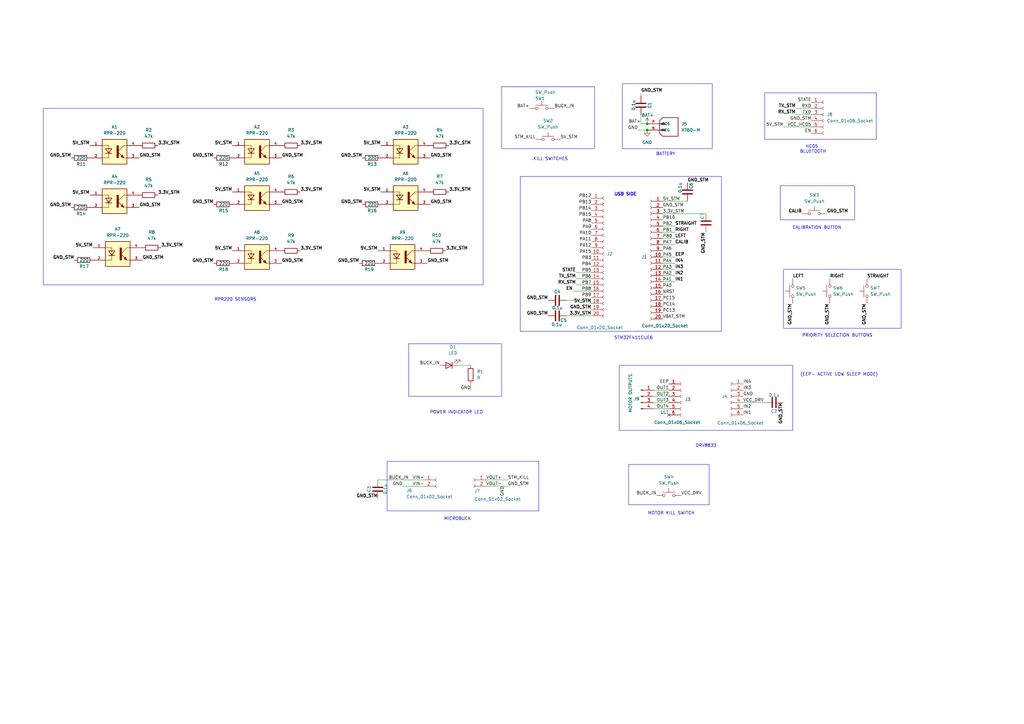
<source format=kicad_sch>
(kicad_sch (version 20231120) (generator "eeschema") (generator_version "8.0")
  (paper "A3")
  (lib_symbols
    (symbol "Connector:Conn_01x02_Socket" (pin_names (offset 1.016) hide)
      (property "Reference" "J" (at 0 2.54 0))
      (property "Value" "Conn_01x02_Socket" (at 0 -5.08 0))
      (symbol "Conn_01x02_Socket_1_1"
        (arc (start 0 -2.032) (mid -0.5058 -2.54) (end 0 -3.048) (stroke (width 0.1524)))
        (polyline (pts (xy -1.27 -2.54) (xy -0.508 -2.54)) (stroke (width 0.1524)))
        (polyline (pts (xy -1.27 0) (xy -0.508 0)) (stroke (width 0.1524)))
        (arc (start 0 0.508) (mid -0.5058 0) (end 0 -0.508) (stroke (width 0.1524)))
        (pin passive line (at -5.08 0 0) (length 3.81) (name "Pin_1") (number "1"))
        (pin passive line (at -5.08 -2.54 0) (length 3.81) (name "Pin_2") (number "2"))
      )
    )
    (symbol "Connector:Conn_01x04_Pin" (pin_names (offset 1.016) hide)
      (property "Reference" "J" (at 0 5.08 0))
      (property "Value" "Conn_01x04_Pin" (at 0 -7.62 0))
      (symbol "Conn_01x04_Pin_1_1"
        (polyline (pts (xy 1.27 -5.08) (xy 0.8636 -5.08)) (stroke (width 0.1524)))
        (polyline (pts (xy 1.27 -2.54) (xy 0.8636 -2.54)) (stroke (width 0.1524)))
        (polyline (pts (xy 1.27 0) (xy 0.8636 0)) (stroke (width 0.1524)))
        (polyline (pts (xy 1.27 2.54) (xy 0.8636 2.54)) (stroke (width 0.1524)))
        (rectangle (start 0.8636 -4.953) (end 0 -5.207) (stroke (width 0.1524)) (fill (type outline)))
        (rectangle (start 0.8636 -2.413) (end 0 -2.667) (stroke (width 0.1524)) (fill (type outline)))
        (rectangle (start 0.8636 0.127) (end 0 -0.127) (stroke (width 0.1524)) (fill (type outline)))
        (rectangle (start 0.8636 2.667) (end 0 2.413) (stroke (width 0.1524)) (fill (type outline)))
        (pin passive line (at 5.08 2.54 180) (length 3.81) (name "Pin_1") (number "1"))
        (pin passive line (at 5.08 0 180) (length 3.81) (name "Pin_2") (number "2"))
        (pin passive line (at 5.08 -2.54 180) (length 3.81) (name "Pin_3") (number "3"))
        (pin passive line (at 5.08 -5.08 180) (length 3.81) (name "Pin_4") (number "4"))
      )
    )
    (symbol "Connector:Conn_01x06_Socket" (pin_names (offset 1.016) hide)
      (property "Reference" "J" (at 0 7.62 0))
      (property "Value" "Conn_01x06_Socket" (at 0 -10.16 0))
      (symbol "Conn_01x06_Socket_1_1"
        (arc (start 0 -7.112) (mid -0.5058 -7.62) (end 0 -8.128) (stroke (width 0.1524)))
        (arc (start 0 -4.572) (mid -0.5058 -5.08) (end 0 -5.588) (stroke (width 0.1524)))
        (arc (start 0 -2.032) (mid -0.5058 -2.54) (end 0 -3.048) (stroke (width 0.1524)))
        (polyline (pts (xy -1.27 -7.62) (xy -0.508 -7.62)) (stroke (width 0.1524)))
        (polyline (pts (xy -1.27 -5.08) (xy -0.508 -5.08)) (stroke (width 0.1524)))
        (polyline (pts (xy -1.27 -2.54) (xy -0.508 -2.54)) (stroke (width 0.1524)))
        (polyline (pts (xy -1.27 0) (xy -0.508 0)) (stroke (width 0.1524)))
        (polyline (pts (xy -1.27 2.54) (xy -0.508 2.54)) (stroke (width 0.1524)))
        (polyline (pts (xy -1.27 5.08) (xy -0.508 5.08)) (stroke (width 0.1524)))
        (arc (start 0 0.508) (mid -0.5058 0) (end 0 -0.508) (stroke (width 0.1524)))
        (arc (start 0 3.048) (mid -0.5058 2.54) (end 0 2.032) (stroke (width 0.1524)))
        (arc (start 0 5.588) (mid -0.5058 5.08) (end 0 4.572) (stroke (width 0.1524)))
        (pin passive line (at -5.08 5.08 0) (length 3.81) (name "Pin_1") (number "1"))
        (pin passive line (at -5.08 2.54 0) (length 3.81) (name "Pin_2") (number "2"))
        (pin passive line (at -5.08 0 0) (length 3.81) (name "Pin_3") (number "3"))
        (pin passive line (at -5.08 -2.54 0) (length 3.81) (name "Pin_4") (number "4"))
        (pin passive line (at -5.08 -5.08 0) (length 3.81) (name "Pin_5") (number "5"))
        (pin passive line (at -5.08 -7.62 0) (length 3.81) (name "Pin_6") (number "6"))
      )
    )
    (symbol "Connector:Conn_01x20_Socket" (pin_names (offset 1.016) hide)
      (property "Reference" "J" (at 0 25.4 0))
      (property "Value" "Conn_01x20_Socket" (at 0 -27.94 0))
      (symbol "Conn_01x20_Socket_1_1"
        (arc (start 0 -24.892) (mid -0.5058 -25.4) (end 0 -25.908) (stroke (width 0.1524)))
        (arc (start 0 -22.352) (mid -0.5058 -22.86) (end 0 -23.368) (stroke (width 0.1524)))
        (arc (start 0 -19.812) (mid -0.5058 -20.32) (end 0 -20.828) (stroke (width 0.1524)))
        (arc (start 0 -17.272) (mid -0.5058 -17.78) (end 0 -18.288) (stroke (width 0.1524)))
        (arc (start 0 -14.732) (mid -0.5058 -15.24) (end 0 -15.748) (stroke (width 0.1524)))
        (arc (start 0 -12.192) (mid -0.5058 -12.7) (end 0 -13.208) (stroke (width 0.1524)))
        (arc (start 0 -9.652) (mid -0.5058 -10.16) (end 0 -10.668) (stroke (width 0.1524)))
        (arc (start 0 -7.112) (mid -0.5058 -7.62) (end 0 -8.128) (stroke (width 0.1524)))
        (arc (start 0 -4.572) (mid -0.5058 -5.08) (end 0 -5.588) (stroke (width 0.1524)))
        (arc (start 0 -2.032) (mid -0.5058 -2.54) (end 0 -3.048) (stroke (width 0.1524)))
        (polyline (pts (xy -1.27 -25.4) (xy -0.508 -25.4)) (stroke (width 0.1524)))
        (polyline (pts (xy -1.27 -22.86) (xy -0.508 -22.86)) (stroke (width 0.1524)))
        (polyline (pts (xy -1.27 -20.32) (xy -0.508 -20.32)) (stroke (width 0.1524)))
        (polyline (pts (xy -1.27 -17.78) (xy -0.508 -17.78)) (stroke (width 0.1524)))
        (polyline (pts (xy -1.27 -15.24) (xy -0.508 -15.24)) (stroke (width 0.1524)))
        (polyline (pts (xy -1.27 -12.7) (xy -0.508 -12.7)) (stroke (width 0.1524)))
        (polyline (pts (xy -1.27 -10.16) (xy -0.508 -10.16)) (stroke (width 0.1524)))
        (polyline (pts (xy -1.27 -7.62) (xy -0.508 -7.62)) (stroke (width 0.1524)))
        (polyline (pts (xy -1.27 -5.08) (xy -0.508 -5.08)) (stroke (width 0.1524)))
        (polyline (pts (xy -1.27 -2.54) (xy -0.508 -2.54)) (stroke (width 0.1524)))
        (polyline (pts (xy -1.27 0) (xy -0.508 0)) (stroke (width 0.1524)))
        (polyline (pts (xy -1.27 2.54) (xy -0.508 2.54)) (stroke (width 0.1524)))
        (polyline (pts (xy -1.27 5.08) (xy -0.508 5.08)) (stroke (width 0.1524)))
        (polyline (pts (xy -1.27 7.62) (xy -0.508 7.62)) (stroke (width 0.1524)))
        (polyline (pts (xy -1.27 10.16) (xy -0.508 10.16)) (stroke (width 0.1524)))
        (polyline (pts (xy -1.27 12.7) (xy -0.508 12.7)) (stroke (width 0.1524)))
        (polyline (pts (xy -1.27 15.24) (xy -0.508 15.24)) (stroke (width 0.1524)))
        (polyline (pts (xy -1.27 17.78) (xy -0.508 17.78)) (stroke (width 0.1524)))
        (polyline (pts (xy -1.27 20.32) (xy -0.508 20.32)) (stroke (width 0.1524)))
        (polyline (pts (xy -1.27 22.86) (xy -0.508 22.86)) (stroke (width 0.1524)))
        (arc (start 0 0.508) (mid -0.5058 0) (end 0 -0.508) (stroke (width 0.1524)))
        (arc (start 0 3.048) (mid -0.5058 2.54) (end 0 2.032) (stroke (width 0.1524)))
        (arc (start 0 5.588) (mid -0.5058 5.08) (end 0 4.572) (stroke (width 0.1524)))
        (arc (start 0 8.128) (mid -0.5058 7.62) (end 0 7.112) (stroke (width 0.1524)))
        (arc (start 0 10.668) (mid -0.5058 10.16) (end 0 9.652) (stroke (width 0.1524)))
        (arc (start 0 13.208) (mid -0.5058 12.7) (end 0 12.192) (stroke (width 0.1524)))
        (arc (start 0 15.748) (mid -0.5058 15.24) (end 0 14.732) (stroke (width 0.1524)))
        (arc (start 0 18.288) (mid -0.5058 17.78) (end 0 17.272) (stroke (width 0.1524)))
        (arc (start 0 20.828) (mid -0.5058 20.32) (end 0 19.812) (stroke (width 0.1524)))
        (arc (start 0 23.368) (mid -0.5058 22.86) (end 0 22.352) (stroke (width 0.1524)))
        (pin passive line (at -5.08 22.86 0) (length 3.81) (name "Pin_1") (number "1"))
        (pin passive line (at -5.08 0 0) (length 3.81) (name "Pin_10") (number "10"))
        (pin passive line (at -5.08 -2.54 0) (length 3.81) (name "Pin_11") (number "11"))
        (pin passive line (at -5.08 -5.08 0) (length 3.81) (name "Pin_12") (number "12"))
        (pin passive line (at -5.08 -7.62 0) (length 3.81) (name "Pin_13") (number "13"))
        (pin passive line (at -5.08 -10.16 0) (length 3.81) (name "Pin_14") (number "14"))
        (pin passive line (at -5.08 -12.7 0) (length 3.81) (name "Pin_15") (number "15"))
        (pin passive line (at -5.08 -15.24 0) (length 3.81) (name "Pin_16") (number "16"))
        (pin passive line (at -5.08 -17.78 0) (length 3.81) (name "Pin_17") (number "17"))
        (pin passive line (at -5.08 -20.32 0) (length 3.81) (name "Pin_18") (number "18"))
        (pin passive line (at -5.08 -22.86 0) (length 3.81) (name "Pin_19") (number "19"))
        (pin passive line (at -5.08 20.32 0) (length 3.81) (name "Pin_2") (number "2"))
        (pin passive line (at -5.08 -25.4 0) (length 3.81) (name "Pin_20") (number "20"))
        (pin passive line (at -5.08 17.78 0) (length 3.81) (name "Pin_3") (number "3"))
        (pin passive line (at -5.08 15.24 0) (length 3.81) (name "Pin_4") (number "4"))
        (pin passive line (at -5.08 12.7 0) (length 3.81) (name "Pin_5") (number "5"))
        (pin passive line (at -5.08 10.16 0) (length 3.81) (name "Pin_6") (number "6"))
        (pin passive line (at -5.08 7.62 0) (length 3.81) (name "Pin_7") (number "7"))
        (pin passive line (at -5.08 5.08 0) (length 3.81) (name "Pin_8") (number "8"))
        (pin passive line (at -5.08 2.54 0) (length 3.81) (name "Pin_9") (number "9"))
      )
    )
    (symbol "Device:C" (pin_numbers hide) (pin_names (offset 0.254))
      (property "Reference" "C" (at 0.635 2.54 0))
      (property "Value" "C" (at 0.635 -2.54 0))
      (symbol "C_0_1"
        (polyline (pts (xy -2.032 -0.762) (xy 2.032 -0.762)) (stroke (width 0.508)))
        (polyline (pts (xy -2.032 0.762) (xy 2.032 0.762)) (stroke (width 0.508)))
      )
      (symbol "C_1_1"
        (pin passive line (at 0 3.81 270) (length 2.794) (name "~") (number "1"))
        (pin passive line (at 0 -3.81 90) (length 2.794) (name "~") (number "2"))
      )
    )
    (symbol "Device:LED" (pin_numbers hide) (pin_names (offset 1.016) hide)
      (property "Reference" "D" (at 0 2.54 0))
      (property "Value" "LED" (at 0 -2.54 0))
      (symbol "LED_0_1"
        (polyline (pts (xy -1.27 -1.27) (xy -1.27 1.27)) (stroke (width 0.254)))
        (polyline (pts (xy -1.27 0) (xy 1.27 0)))
        (polyline (pts (xy 1.27 -1.27) (xy 1.27 1.27) (xy -1.27 0) (xy 1.27 -1.27)) (stroke (width 0.254)))
        (polyline (pts (xy -3.048 -0.762) (xy -4.572 -2.286) (xy -3.81 -2.286) (xy -4.572 -2.286) (xy -4.572 -1.524)))
        (polyline (pts (xy -1.778 -0.762) (xy -3.302 -2.286) (xy -2.54 -2.286) (xy -3.302 -2.286) (xy -3.302 -1.524)))
      )
      (symbol "LED_1_1"
        (pin passive line (at -3.81 0 0) (length 2.54) (name "K") (number "1"))
        (pin passive line (at 3.81 0 180) (length 2.54) (name "A") (number "2"))
      )
    )
    (symbol "Device:R" (pin_numbers hide) (pin_names (offset 0))
      (property "Reference" "R" (at 2.032 0 90))
      (property "Value" "R" (at 0 0 90))
      (symbol "R_0_1"
        (rectangle (start -1.016 -2.54) (end 1.016 2.54) (stroke (width 0.254)))
      )
      (symbol "R_1_1"
        (pin passive line (at 0 3.81 270) (length 1.27) (name "~") (number "1"))
        (pin passive line (at 0 -3.81 90) (length 1.27) (name "~") (number "2"))
      )
    )
    (symbol "RPR-220:RPR-220" (pin_names (offset 1.016))
      (property "Reference" "A" (at -5.0891 5.598 0))
      (property "Value" "RPR-220" (at -5.0889 -7.1245 0))
      (symbol "RPR-220_0_0"
        (rectangle (start -5.08 -5.08) (end 5.08 5.08) (stroke (width 0.254)) (fill (type background)))
        (polyline (pts (xy -3.683 1.27) (xy -2.413 -0.635)) (stroke (width 0.254)))
        (polyline (pts (xy -2.413 -2.54) (xy -5.08 -2.54)) (stroke (width 0.1524)))
        (polyline (pts (xy -2.413 -2.54) (xy -2.413 -0.635)) (stroke (width 0.1524)))
        (polyline (pts (xy -2.413 -0.635) (xy -3.683 -0.635)) (stroke (width 0.254)))
        (polyline (pts (xy -2.413 -0.635) (xy -2.413 1.27)) (stroke (width 0.1524)))
        (polyline (pts (xy -2.413 -0.635) (xy -1.143 1.27)) (stroke (width 0.254)))
        (polyline (pts (xy -2.413 1.27) (xy -3.683 1.27)) (stroke (width 0.254)))
        (polyline (pts (xy -2.413 2.54) (xy -5.08 2.54)) (stroke (width 0.1524)))
        (polyline (pts (xy -2.413 2.54) (xy -2.413 1.27)) (stroke (width 0.1524)))
        (polyline (pts (xy -1.143 -0.635) (xy -2.413 -0.635)) (stroke (width 0.254)))
        (polyline (pts (xy -1.143 1.27) (xy -2.413 1.27)) (stroke (width 0.254)))
        (polyline (pts (xy 1.27 0) (xy 3.81 -2.54)) (stroke (width 0.1524)))
        (polyline (pts (xy 3.81 -2.54) (xy 1.27 0)) (stroke (width 0.1524)))
        (polyline (pts (xy 3.81 -2.54) (xy 5.08 -2.54)) (stroke (width 0.1524)))
        (polyline (pts (xy 3.81 2.54) (xy 1.27 0)) (stroke (width 0.1524)))
        (polyline (pts (xy 3.81 2.54) (xy 5.08 2.54)) (stroke (width 0.1524)))
        (polyline (pts (xy 3.81 -2.54) (xy 3.302 -1.27) (xy 2.54 -2.032) (xy 3.81 -2.54)) (stroke (width 0.1524)) (fill (type outline)))
        (rectangle (start 0.8893 -2.5503) (end 1.651 2.54) (stroke (width 0.1)) (fill (type outline)))
        (pin passive line (at -10.16 2.54 0) (length 5.08) (name "~") (number "1"))
        (pin passive line (at -10.16 -2.54 0) (length 5.08) (name "~") (number "2"))
        (pin passive line (at 10.16 -2.54 180) (length 5.08) (name "~") (number "3"))
        (pin passive line (at 10.16 2.54 180) (length 5.08) (name "~") (number "4"))
      )
    )
    (symbol "Switch:SW_Push" (pin_numbers hide) (pin_names (offset 1.016) hide)
      (property "Reference" "SW" (at 1.27 2.54 0))
      (property "Value" "SW_Push" (at 0 -1.524 0))
      (symbol "SW_Push_0_1"
        (circle (center -2.032 0) (radius 0.508))
        (polyline (pts (xy 0 1.27) (xy 0 3.048)))
        (polyline (pts (xy 2.54 1.27) (xy -2.54 1.27)))
        (circle (center 2.032 0) (radius 0.508))
        (pin passive line (at -5.08 0 0) (length 2.54) (name "1") (number "1"))
        (pin passive line (at 5.08 0 180) (length 2.54) (name "2") (number "2"))
      )
    )
    (symbol "XT60-M:XT60-M" (pin_names (offset 1.016))
      (property "Reference" "J" (at 0 6.35 0))
      (property "Value" "XT60-M" (at 0 -5.08 0))
      (symbol "XT60-M_0_0"
        (polyline (pts (xy 0 -1.27) (xy 1.27 -2.54)) (stroke (width 0.254)))
        (polyline (pts (xy 0 0) (xy 1.905 0)) (stroke (width 0.254)))
        (polyline (pts (xy 0 2.54) (xy 0 -1.27)) (stroke (width 0.254)))
        (polyline (pts (xy 0 2.54) (xy 1.905 2.54)) (stroke (width 0.254)))
        (polyline (pts (xy 0 3.81) (xy 0 2.54)) (stroke (width 0.254)))
        (polyline (pts (xy 0 3.81) (xy 1.27 5.08)) (stroke (width 0.254)))
        (polyline (pts (xy 1.27 -2.54) (xy 7.62 -2.54)) (stroke (width 0.254)))
        (polyline (pts (xy 7.62 -2.54) (xy 7.62 5.08)) (stroke (width 0.254)))
        (polyline (pts (xy 7.62 5.08) (xy 1.27 5.08)) (stroke (width 0.254)))
        (rectangle (start 0.635 -0.3175) (end 2.2225 0.3175) (stroke (width 0.1)) (fill (type outline)))
        (rectangle (start 0.635 2.2225) (end 2.2225 2.8575) (stroke (width 0.1)) (fill (type outline)))
        (pin passive line (at -5.08 0 0) (length 5.08) (name "NEG") (number "N"))
        (pin passive line (at -5.08 2.54 0) (length 5.08) (name "POS") (number "P"))
      )
    )
    (symbol "power:+6V" (power) (pin_numbers hide) (pin_names (offset 0) hide)
      (property "Value" "+6V" (at 0 3.556 0))
      (symbol "+6V_0_1"
        (polyline (pts (xy -0.762 1.27) (xy 0 2.54)))
        (polyline (pts (xy 0 0) (xy 0 2.54)))
        (polyline (pts (xy 0 2.54) (xy 0.762 1.27)))
      )
      (symbol "+6V_1_1"
        (pin power_in line (at 0 0 90) (length 0) (name "~") (number "1"))
      )
    )
    (symbol "power:GND" (power) (pin_numbers hide) (pin_names (offset 0) hide)
      (property "Value" "GND" (at 0 -3.81 0))
      (symbol "GND_0_1"
        (polyline (pts (xy 0 0) (xy 0 -1.27) (xy 1.27 -1.27) (xy 0 -2.54) (xy -1.27 -1.27) (xy 0 -1.27)))
      )
      (symbol "GND_1_1"
        (pin power_in line (at 0 0 270) (length 0) (name "~") (number "1"))
      )
    )
  )
  (junction (at 265.43 50.8))
  (junction (at 265.43 53.34))
  (no_connect (at 274.32 170.18))
  (wire (pts (xy 271.78 105.41) (xy 276.86 105.41)))
  (wire (pts (xy 154.94 196.85) (xy 173.99 196.85)))
  (wire (pts (xy 261.62 53.34) (xy 265.43 53.34)))
  (wire (pts (xy 271.78 115.57) (xy 276.86 115.57)))
  (wire (pts (xy 271.78 97.79) (xy 276.86 97.79)))
  (wire (pts (xy 267.97 160.02) (xy 274.32 160.02)))
  (wire (pts (xy 208.28 196.85) (xy 199.39 196.85)))
  (wire (pts (xy 267.97 165.1) (xy 274.32 165.1)))
  (wire (pts (xy 232.41 129.54) (xy 242.57 129.54)))
  (wire (pts (xy 271.78 87.63) (xy 289.56 87.63)))
  (wire (pts (xy 271.78 107.95) (xy 276.86 107.95)))
  (wire (pts (xy 262.89 39.37) (xy 262.89 38.1)))
  (wire (pts (xy 236.22 111.76) (xy 242.57 111.76)))
  (wire (pts (xy 271.78 100.33) (xy 276.86 100.33)))
  (wire (pts (xy 326.39 44.45) (xy 332.74 44.45)))
  (wire (pts (xy 234.95 119.38) (xy 242.57 119.38)))
  (wire (pts (xy 326.39 46.99) (xy 332.74 46.99)))
  (wire (pts (xy 267.97 167.64) (xy 274.32 167.64)))
  (wire (pts (xy 262.89 50.8) (xy 265.43 50.8)))
  (wire (pts (xy 236.22 116.84) (xy 242.57 116.84)))
  (wire (pts (xy 193.04 157.48) (xy 193.04 160.02)))
  (wire (pts (xy 321.31 52.07) (xy 332.74 52.07)))
  (wire (pts (xy 208.28 199.39) (xy 199.39 199.39)))
  (wire (pts (xy 271.78 92.71) (xy 276.86 92.71)))
  (wire (pts (xy 187.96 149.86) (xy 193.04 149.86)))
  (wire (pts (xy 232.41 123.19) (xy 241.3 123.19)))
  (wire (pts (xy 271.78 110.49) (xy 276.86 110.49)))
  (wire (pts (xy 271.78 82.55) (xy 281.94 82.55)))
  (wire (pts (xy 271.78 95.25) (xy 276.86 95.25)))
  (wire (pts (xy 241.3 123.19) (xy 242.57 124.46)))
  (wire (pts (xy 165.1 199.39) (xy 173.99 199.39)))
  (wire (pts (xy 304.8 165.1) (xy 313.69 165.1)))
  (wire (pts (xy 262.89 46.99) (xy 262.89 50.8)))
  (wire (pts (xy 236.22 114.3) (xy 242.57 114.3)))
  (wire (pts (xy 267.97 162.56) (xy 274.32 162.56)))
  (wire (pts (xy 271.78 113.03) (xy 276.86 113.03)))
  (rectangle (start 312.42 34.29) (end 312.42 34.29))
  (rectangle (start 313.69 38.1) (end 359.41 57.15))
  (rectangle (start 254 149.86) (end 325.12 176.53))
  (rectangle (start 255.27 34.29) (end 292.1 60.96))
  (rectangle (start 257.81 190.5) (end 290.83 207.01))
  (rectangle (start 320.04 76.2) (end 350.52 90.17))
  (rectangle (start 167.64 140.97) (end 205.74 162.56))
  (rectangle (start 17.78 44.45) (end 198.12 116.84))
  (rectangle (start 158.75 189.23) (end 220.98 209.55))
  (rectangle (start 321.31 110.49) (end 369.57 134.62))
  (rectangle (start 213.36 72.39) (end 295.91 135.89))
  (rectangle (start 205.74 35.56) (end 243.84 60.96))
  (text "RPR220 SENSORS " (at 97.028 122.936 0) (effects (font (size 1.27 1.27))))
  (text "HC05 \nBLUETOOTH\n" (at 333.502 61.214 0) (effects (font (size 1.27 1.27))))
  (text "KILL SWITCHES\n" (at 225.806 65.278 0) (effects (font (size 1.27 1.27))))
  (text "(EEP- ACTIVE LOW SLEEP MODE)" (at 344.17 153.67 0) (effects (font (size 1.27 1.27))))
  (text "BATTERY" (at 273.05 63.246 0) (effects (font (size 1.27 1.27) (thickness 0.1588))))
  (text "MICROBUCK" (at 187.706 212.852 0) (effects (font (size 1.27 1.27))))
  (text "POWER INDICATOR LED" (at 187.198 169.164 0) (effects (font (size 1.27 1.27))))
  (text "PRIORITY SELECTION BUTTONS" (at 343.408 137.668 0) (effects (font (size 1.27 1.27) (thickness 0.1588))))
  (text "STM32F411CUE6\n" (at 259.842 138.684 0) (effects (font (size 1.27 1.27))))
  (text "MOTOR KILL SWITCH" (at 275.336 210.566 0) (effects (font (size 1.27 1.27))))
  (text "USB SIDE\n" (at 256.54 79.756 0) (effects (font (size 1.27 1.27) (thickness 0.254) (bold yes))))
  (text "DRV8833 " (at 290.068 182.88 0) (effects (font (size 1.27 1.27))))
  (text "CALIBRATION BUTTON " (at 335.534 93.472 0) (effects (font (size 1.27 1.27))))
  (label "EN" (at 234.95 119.38 180) (effects (font (thickness 0.254) (bold yes))))
  (label "5V_STM" (at 95.25 78.74 180) (effects (font (thickness 0.254) (bold yes))))
  (label "STM_KILL" (at 219.71 57.15 180))
  (label "PB15" (at 242.57 88.9 180))
  (label "GND_STM" (at 57.15 85.09 0) (effects (font (thickness 0.254) (bold yes))))
  (label "GND" (at 304.8 162.56 0))
  (label "IN2" (at 276.86 113.03 0) (effects (font (thickness 0.254) (bold yes))))
  (label "GND_STM" (at 224.79 123.19 180) (effects (font (thickness 0.254) (bold yes))))
  (label "OUT2" (at 274.32 162.56 180))
  (label "GND_STM" (at 339.09 87.63 0) (effects (font (thickness 0.254) (bold yes))))
  (label "5V_STM" (at 229.87 57.15 0))
  (label "PB10" (at 271.78 90.17 0))
  (label "GND_STM" (at 87.63 64.77 180) (effects (font (thickness 0.254) (bold yes))))
  (label "BUCK_IN" (at 180.34 149.86 180))
  (label "GND_STM" (at 325.12 124.46 270) (effects (font (thickness 0.254) (bold yes))))
  (label "GND_STM" (at 224.79 129.54 180) (effects (font (thickness 0.254) (bold yes))))
  (label "5V_STM" (at 38.1 101.6 180) (effects (font (thickness 0.254) (bold yes))))
  (label "PA1" (at 271.78 115.57 0))
  (label "GND" (at 261.62 53.34 180))
  (label "5V_STM" (at 156.21 78.74 180) (effects (font (thickness 0.254) (bold yes))))
  (label "GND_STM" (at 176.53 83.82 0) (effects (font (thickness 0.254) (bold yes))))
  (label "PA4" (at 271.78 107.95 0))
  (label "3.3V_STM" (at 123.19 78.74 0) (effects (font (thickness 0.254) (bold yes))))
  (label "TXD" (at 332.74 46.99 180))
  (label "PA5" (at 271.78 105.41 0))
  (label "GND_STM" (at 29.21 85.09 180) (effects (font (thickness 0.254) (bold yes))))
  (label "PB14" (at 242.57 86.36 180))
  (label "OUT4" (at 274.32 167.64 180))
  (label "PB5" (at 242.57 111.76 180))
  (label "LEFT " (at 276.86 97.79 0) (effects (font (thickness 0.254) (bold yes))))
  (label "PC13" (at 271.78 128.27 0))
  (label "IN4" (at 276.86 107.95 0) (effects (font (thickness 0.254) (bold yes))))
  (label "BUCK_IN" (at 227.33 44.45 0))
  (label "VOUT-" (at 199.39 199.39 0))
  (label "EEP" (at 274.32 157.48 180))
  (label "GND_STM" (at 289.56 95.25 270) (effects (font (thickness 0.254) (bold yes))))
  (label "GND" (at 207.01 199.39 270))
  (label "RIGHT" (at 340.36 114.3 0) (effects (font (thickness 0.254) (bold yes))))
  (label "PB9" (at 242.57 121.92 180))
  (label "PA9" (at 242.57 93.98 180))
  (label "IN1" (at 304.8 170.18 0))
  (label "GND_STM" (at 30.48 106.68 180) (effects (font (thickness 0.254) (bold yes))))
  (label "5V_STM" (at 156.21 59.69 180) (effects (font (thickness 0.254) (bold yes))))
  (label "GND_STM" (at 29.21 64.77 180) (effects (font (thickness 0.254) (bold yes))))
  (label "OUT1" (at 274.32 160.02 180))
  (label "GND" (at 193.04 160.02 180))
  (label "5V_STM" (at 271.78 82.55 0))
  (label "EN" (at 332.74 54.61 180))
  (label "VCC_DRV" (at 304.8 165.1 0))
  (label "PA3" (at 271.78 110.49 0))
  (label "IN3" (at 304.8 160.02 0))
  (label "GND_STM" (at 87.63 107.95 180) (effects (font (thickness 0.254) (bold yes))))
  (label "5V_STM" (at 36.83 80.01 180) (effects (font (thickness 0.254) (bold yes))))
  (label "CALIB" (at 328.93 87.63 180) (effects (font (thickness 0.254) (bold yes))))
  (label "5V_STM" (at 95.25 102.87 180) (effects (font (thickness 0.254) (bold yes))))
  (label "PB1" (at 271.78 95.25 0))
  (label "3.3V_STM" (at 66.04 101.6 0) (effects (font (thickness 0.254) (bold yes))))
  (label "PB12" (at 242.57 81.28 180))
  (label "PA2" (at 271.78 113.03 0))
  (label "PB3" (at 242.57 106.68 180))
  (label "GND_STM" (at 148.59 83.82 180) (effects (font (thickness 0.254) (bold yes))))
  (label "VCC_DRV" (at 279.4 203.2 0))
  (label "GND_STM" (at 154.94 204.47 180) (effects (font (thickness 0.254) (bold yes))))
  (label "GND_STM" (at 57.15 64.77 0) (effects (font (thickness 0.254) (bold yes))))
  (label "PA0" (at 271.78 118.11 0))
  (label "3.3V_STM" (at 184.15 78.74 0) (effects (font (thickness 0.254) (bold yes))))
  (label "PB13" (at 242.57 83.82 180))
  (label "GND_STM" (at 176.53 64.77 0) (effects (font (thickness 0.254) (bold yes))))
  (label "5V_STM" (at 95.25 59.69 180) (effects (font (thickness 0.254) (bold yes))))
  (label "IN1" (at 276.86 115.57 0) (effects (font (thickness 0.254) (bold yes))))
  (label "VIN-" (at 173.99 199.39 180))
  (label "GND_STM" (at 281.94 74.93 0) (effects (font (thickness 0.254) (bold yes))))
  (label "PA11" (at 242.57 99.06 180))
  (label "RX_STM" (at 326.39 46.99 180) (effects (font (thickness 0.254) (bold yes))))
  (label "PA8" (at 242.57 91.44 180))
  (label "IN2" (at 304.8 167.64 0))
  (label "GND_STM" (at 147.32 107.95 180) (effects (font (thickness 0.254) (bold yes))))
  (label "IN4" (at 304.8 157.48 0))
  (label "5V_STM" (at 242.57 124.46 180) (effects (font (thickness 0.254) (bold yes))))
  (label "BUCK_IN" (at 269.24 203.2 180))
  (label "IN3" (at 276.86 110.49 0) (effects (font (thickness 0.254) (bold yes))))
  (label "RXD" (at 332.74 44.45 180))
  (label "3.3V_STM" (at 271.78 87.63 0))
  (label "GND_STM" (at 242.57 127 180) (effects (font (thickness 0.254) (bold yes))))
  (label "EEP" (at 276.86 105.41 0) (effects (font (thickness 0.254) (bold yes))))
  (label "GND_STM" (at 271.78 85.09 0))
  (label "GND" (at 165.1 199.39 180))
  (label "STRAIGHT" (at 355.6 114.3 0) (effects (font (thickness 0.254) (bold yes))))
  (label "NRST" (at 271.78 120.65 0))
  (label "PA6" (at 271.78 102.87 0))
  (label "VBAT_STM" (at 271.78 130.81 0))
  (label "PB4" (at 242.57 109.22 180))
  (label "GND_STM" (at 148.59 64.77 180) (effects (font (thickness 0.254) (bold yes))))
  (label "GND_STM" (at 332.74 49.53 180))
  (label "STM_KILL" (at 208.28 196.85 0))
  (label "OUT3" (at 274.32 165.1 180))
  (label "3.3V_STM" (at 123.19 102.87 0) (effects (font (thickness 0.254) (bold yes))))
  (label "3.3V_STM" (at 242.57 129.54 180) (effects (font (thickness 0.254) (bold yes))))
  (label "RX_STM" (at 236.22 116.84 180) (effects (font (thickness 0.254) (bold yes))))
  (label "CALIB" (at 276.86 100.33 0) (effects (font (thickness 0.254) (bold yes))))
  (label "GND_STM" (at 115.57 107.95 0) (effects (font (thickness 0.254) (bold yes))))
  (label "5V_STM" (at 321.31 52.07 180))
  (label "3.3V_STM" (at 123.19 59.69 0) (effects (font (thickness 0.254) (bold yes))))
  (label "VOUT+" (at 199.39 196.85 0))
  (label "GND_STM" (at 355.6 124.46 270) (effects (font (thickness 0.254) (bold yes))))
  (label "TX_STM" (at 236.22 114.3 180) (effects (font (thickness 0.254) (bold yes))))
  (label "STATE" (at 236.22 111.76 180) (effects (font (thickness 0.254) (bold yes))))
  (label "PA7" (at 271.78 100.33 0))
  (label "BAT+" (at 262.89 50.8 180))
  (label "STRAIGHT" (at 276.86 92.71 0) (effects (font (thickness 0.254) (bold yes))))
  (label "GND_STM" (at 208.28 199.39 0))
  (label "3.3V_STM" (at 182.88 102.87 0) (effects (font (thickness 0.254) (bold yes))))
  (label "PB6" (at 242.57 114.3 180))
  (label "GND_STM" (at 262.89 38.1 0) (effects (font (thickness 0.254) (bold yes))))
  (label "PB7" (at 242.57 116.84 180))
  (label "3.3V_STM" (at 64.77 59.69 0) (effects (font (thickness 0.254) (bold yes))))
  (label "PC14" (at 271.78 125.73 0))
  (label "RIGHT" (at 276.86 95.25 0) (effects (font (thickness 0.254) (bold yes))))
  (label "LEFT " (at 325.12 114.3 0) (effects (font (thickness 0.254) (bold yes))))
  (label "3.3V_STM" (at 64.77 80.01 0) (effects (font (thickness 0.254) (bold yes))))
  (label "PC15" (at 271.78 123.19 0))
  (label "PB8" (at 242.57 119.38 180))
  (label "GND_STM" (at 115.57 64.77 0) (effects (font (thickness 0.254) (bold yes))))
  (label "PB0" (at 271.78 97.79 0))
  (label "TX_STM" (at 326.39 44.45 180) (effects (font (thickness 0.254) (bold yes))))
  (label "5V_STM" (at 154.94 102.87 180) (effects (font (thickness 0.254) (bold yes))))
  (label "BAT+" (at 217.17 44.45 180))
  (label "ULT" (at 274.32 170.18 180))
  (label "3.3V_STM" (at 184.15 59.69 0) (effects (font (thickness 0.254) (bold yes))))
  (label "PA12" (at 242.57 101.6 180))
  (label "GND_STM" (at 58.42 106.68 0) (effects (font (thickness 0.254) (bold yes))))
  (label "GND_STM" (at 321.31 165.1 270) (effects (font (thickness 0.254) (bold yes))))
  (label "PA15" (at 242.57 104.14 180))
  (label "GND_STM" (at 175.26 107.95 0) (effects (font (thickness 0.254) (bold yes))))
  (label "GND_STM" (at 87.63 83.82 180) (effects (font (thickness 0.254) (bold yes))))
  (label "VCC_HC05" (at 332.74 52.07 180))
  (label "GND_STM" (at 115.57 83.82 0) (effects (font (thickness 0.254) (bold yes))))
  (label "PA10" (at 242.57 96.52 180))
  (label "VIN+" (at 173.99 196.85 180))
  (label "BUCK_IN" (at 167.64 196.85 180))
  (label "5V_STM" (at 36.83 59.69 180) (effects (font (thickness 0.254) (bold yes))))
  (label "GND_STM" (at 340.36 124.46 270) (effects (font (thickness 0.254) (bold yes))))
  (label "PB2" (at 271.78 92.71 0))
  (label "STATE" (at 332.74 41.91 180))
  (symbol (lib_id "Device:R") (at 152.4 64.77 90) (unit 1)
    (property "Reference" "R13" (at 152.654 67.31 90))
    (property "Value" "220" (at 152.654 64.77 90))
    (property "Description" "Resistor" (effects (hide yes)))
  )
  (symbol (lib_id "Device:C") (at 281.94 78.74 0) (unit 1)
    (property "Reference" "C6" (at 283.464 76.2 90))
    (property "Value" "0.1u" (at 278.892 76.962 90))
    (property "Description" "Unpolarized capacitor" (effects (hide yes)))
  )
  (symbol (lib_id "XT60-M:XT60-M") (at 270.51 53.34 0) (unit 1)
    (property "Reference" "J5" (at 279.4 50.7999 0) (effects (justify left)))
    (property "Value" "XT60-M" (at 279.4 53.3399 0) (effects (justify left)))
    (property "Footprint" "XT60-M:AMASS_XT60-M" (effects (hide yes)))
    (property "MF" "AMASS" (effects (hide yes)))
    (property "MAXIMUM_PACKAGE_HEIGHT" "16.00 mm" (effects (hide yes)))
    (property "Package" "Package" (effects (hide yes)))
    (property "Price" "None" (effects (hide yes)))
    (property "Check_prices" "https://www.snapeda.com/parts/XT60-M/AMASS/view-part/?ref=eda" (effects (hide yes)))
    (property "STANDARD" "IPC 7351B" (effects (hide yes)))
    (property "PARTREV" "V1.2" (effects (hide yes)))
    (property "SnapEDA_Link" "https://www.snapeda.com/parts/XT60-M/AMASS/view-part/?ref=snap" (effects (hide yes)))
    (property "MP" "XT60-M" (effects (hide yes)))
    (property "Description_1" "\n                        \n                            Plug; DC supply; XT60; male; PIN: 2; for cable; soldered; 30A; 500V\n                        \n" (effects (hide yes)))
    (property "Availability" "Not in stock" (effects (hide yes)))
    (property "MANUFACTURER" "AMASS" (effects (hide yes)))
  )
  (symbol (lib_id "Device:R") (at 119.38 78.74 90) (unit 1)
    (property "Reference" "R6" (at 119.38 72.39 90))
    (property "Value" "47k" (at 119.38 74.93 90))
    (property "Description" "Resistor" (effects (hide yes)))
  )
  (symbol (lib_id "Device:R") (at 151.13 107.95 90) (unit 1)
    (property "Reference" "R19" (at 151.384 110.49 90))
    (property "Value" "220" (at 151.384 107.95 90))
    (property "Description" "Resistor" (effects (hide yes)))
  )
  (symbol (lib_id "Device:C") (at 154.94 200.66 180) (unit 1)
    (property "Reference" "C3" (at 151.384 200.66 90))
    (property "Value" "0.1u" (at 157.988 200.66 90))
    (property "Description" "Unpolarized capacitor" (effects (hide yes)))
  )
  (symbol (lib_id "Connector:Conn_01x02_Socket") (at 194.31 196.85 0) (mirror y) (unit 1)
    (property "Reference" "J7" (at 196.85 201.422 0) (effects (justify left)))
    (property "Value" "Conn_01x02_Socket" (at 213.614 204.724 0) (effects (justify left)))
    (property "Description" "Generic connector, single row, 01x02, script generated" (effects (hide yes)))
  )
  (symbol (lib_id "Connector:Conn_01x06_Socket") (at 337.82 46.99 0) (unit 1)
    (property "Reference" "J8" (at 339.09 46.9899 0) (effects (justify left)))
    (property "Value" "Conn_01x06_Socket" (at 339.09 49.5299 0) (effects (justify left)))
    (property "Description" "Generic connector, single row, 01x06, script generated" (effects (hide yes)))
  )
  (symbol (lib_id "RPR-220:RPR-220") (at 105.41 62.23 0) (unit 1)
    (property "Reference" "A2" (at 105.41 52.07 0))
    (property "Value" "RPR-220" (at 105.41 54.61 0))
    (property "Footprint" "RPR-220:PHODET_RPR-220" (effects (hide yes)))
    (property "MF" "Rohm" (effects (hide yes)))
    (property "MAXIMUM_PACKAGE_HEIGHT" "6.5 mm" (effects (hide yes)))
    (property "Package" "Radial-4 Rohm" (effects (hide yes)))
    (property "Price" "None" (effects (hide yes)))
    (property "Check_prices" "https://www.snapeda.com/parts/RPR-220/Rohm/view-part/?ref=eda" (effects (hide yes)))
    (property "STANDARD" "IPC 7351B" (effects (hide yes)))
    (property "PARTREV" "B" (effects (hide yes)))
    (property "SnapEDA_Link" "https://www.snapeda.com/parts/RPR-220/Rohm/view-part/?ref=snap" (effects (hide yes)))
    (property "MP" "RPR-220" (effects (hide yes)))
    (property "Description_1" "\n                        \n                            Reflective Optical Sensor 0.236 (6mm) Radial - 4 Leads\n                        \n" (effects (hide yes)))
    (property "Availability" "In Stock" (effects (hide yes)))
    (property "MANUFACTURER" "ROHM Semiconductor" (effects (hide yes)))
  )
  (symbol (lib_id "Switch:SW_Push") (at 334.01 87.63 0) (unit 1)
    (property "Reference" "SW3" (at 334.01 80.01 0))
    (property "Value" "SW_Push" (at 334.01 82.55 0))
    (property "Description" "Push button switch, generic, two pins" (effects (hide yes)))
  )
  (symbol (lib_id "Device:R") (at 34.29 106.68 90) (unit 1)
    (property "Reference" "R17" (at 34.544 109.22 90))
    (property "Value" "220" (at 34.544 106.68 90))
    (property "Description" "Resistor" (effects (hide yes)))
  )
  (symbol (lib_id "Connector:Conn_01x06_Socket") (at 279.4 162.56 0) (unit 1)
    (property "Reference" "J3" (at 280.924 163.83 0) (effects (justify left)))
    (property "Value" "Conn_01x06_Socket" (at 268.224 173.228 0) (effects (justify left)))
    (property "Description" "Generic connector, single row, 01x06, script generated" (effects (hide yes)))
  )
  (symbol (lib_id "Connector:Conn_01x20_Socket") (at 266.7 105.41 0) (mirror y) (unit 1)
    (property "Reference" "J1" (at 265.43 105.4099 0) (effects (justify left)))
    (property "Value" "Conn_01x20_Socket" (at 282.194 133.604 0) (effects (justify left)))
    (property "Description" "Generic connector, single row, 01x20, script generated" (effects (hide yes)))
  )
  (symbol (lib_id "Device:R") (at 60.96 59.69 90) (unit 1)
    (property "Reference" "R2" (at 60.96 53.34 90))
    (property "Value" "47k" (at 60.96 55.88 90))
    (property "Description" "Resistor" (effects (hide yes)))
  )
  (symbol (lib_id "Connector:Conn_01x20_Socket") (at 247.65 104.14 0) (unit 1)
    (property "Reference" "J2" (at 248.92 104.1399 0) (effects (justify left)))
    (property "Value" "Conn_01x20_Socket" (at 236.474 134.366 0) (effects (justify left)))
    (property "Description" "Generic connector, single row, 01x20, script generated" (effects (hide yes)))
  )
  (symbol (lib_id "Device:C") (at 289.56 91.44 180) (unit 1)
    (property "Reference" "C7" (at 288.036 88.646 90))
    (property "Value" "0.1u" (effects (hide yes)))
    (property "Description" "Unpolarized capacitor" (effects (hide yes)))
  )
  (symbol (lib_id "power:+6V") (at 265.43 50.8 0) (unit 1)
    (property "Reference" "#PWR01" (effects (hide yes)))
    (property "Value" "BAT+" (at 265.684 47.244 0))
    (property "Description" "Power symbol creates a global label with name \"+6V\"" (effects (hide yes)))
  )
  (symbol (lib_id "Device:R") (at 179.07 102.87 90) (unit 1)
    (property "Reference" "R10" (at 179.07 96.52 90))
    (property "Value" "47k" (at 179.07 99.06 90))
    (property "Description" "Resistor" (effects (hide yes)))
  )
  (symbol (lib_id "RPR-220:RPR-220") (at 46.99 82.55 0) (unit 1)
    (property "Reference" "A4" (at 46.99 72.39 0))
    (property "Value" "RPR-220" (at 46.99 74.93 0))
    (property "Footprint" "RPR-220:PHODET_RPR-220" (effects (hide yes)))
    (property "MF" "Rohm" (effects (hide yes)))
    (property "MAXIMUM_PACKAGE_HEIGHT" "6.5 mm" (effects (hide yes)))
    (property "Package" "Radial-4 Rohm" (effects (hide yes)))
    (property "Price" "None" (effects (hide yes)))
    (property "Check_prices" "https://www.snapeda.com/parts/RPR-220/Rohm/view-part/?ref=eda" (effects (hide yes)))
    (property "STANDARD" "IPC 7351B" (effects (hide yes)))
    (property "PARTREV" "B" (effects (hide yes)))
    (property "SnapEDA_Link" "https://www.snapeda.com/parts/RPR-220/Rohm/view-part/?ref=snap" (effects (hide yes)))
    (property "MP" "RPR-220" (effects (hide yes)))
    (property "Description_1" "\n                        \n                            Reflective Optical Sensor 0.236 (6mm) Radial - 4 Leads\n                        \n" (effects (hide yes)))
    (property "Availability" "In Stock" (effects (hide yes)))
    (property "MANUFACTURER" "ROHM Semiconductor" (effects (hide yes)))
  )
  (symbol (lib_id "Device:R") (at 62.23 101.6 90) (unit 1)
    (property "Reference" "R8" (at 62.23 95.25 90))
    (property "Value" "47k" (at 62.23 97.79 90))
    (property "Description" "Resistor" (effects (hide yes)))
  )
  (symbol (lib_id "Device:R") (at 91.44 64.77 90) (unit 1)
    (property "Reference" "R12" (at 91.694 67.31 90))
    (property "Value" "220" (at 91.694 64.77 90))
    (property "Description" "Resistor" (effects (hide yes)))
  )
  (symbol (lib_id "RPR-220:RPR-220") (at 166.37 81.28 0) (unit 1)
    (property "Reference" "A6" (at 166.37 71.12 0))
    (property "Value" "RPR-220" (at 166.37 73.66 0))
    (property "Footprint" "RPR-220:PHODET_RPR-220" (effects (hide yes)))
    (property "MF" "Rohm" (effects (hide yes)))
    (property "MAXIMUM_PACKAGE_HEIGHT" "6.5 mm" (effects (hide yes)))
    (property "Package" "Radial-4 Rohm" (effects (hide yes)))
    (property "Price" "None" (effects (hide yes)))
    (property "Check_prices" "https://www.snapeda.com/parts/RPR-220/Rohm/view-part/?ref=eda" (effects (hide yes)))
    (property "STANDARD" "IPC 7351B" (effects (hide yes)))
    (property "PARTREV" "B" (effects (hide yes)))
    (property "SnapEDA_Link" "https://www.snapeda.com/parts/RPR-220/Rohm/view-part/?ref=snap" (effects (hide yes)))
    (property "MP" "RPR-220" (effects (hide yes)))
    (property "Description_1" "\n                        \n                            Reflective Optical Sensor 0.236 (6mm) Radial - 4 Leads\n                        \n" (effects (hide yes)))
    (property "Availability" "In Stock" (effects (hide yes)))
    (property "MANUFACTURER" "ROHM Semiconductor" (effects (hide yes)))
  )
  (symbol (lib_id "RPR-220:RPR-220") (at 105.41 81.28 0) (unit 1)
    (property "Reference" "A5" (at 105.41 71.12 0))
    (property "Value" "RPR-220" (at 105.41 73.66 0))
    (property "Footprint" "RPR-220:PHODET_RPR-220" (effects (hide yes)))
    (property "MF" "Rohm" (effects (hide yes)))
    (property "MAXIMUM_PACKAGE_HEIGHT" "6.5 mm" (effects (hide yes)))
    (property "Package" "Radial-4 Rohm" (effects (hide yes)))
    (property "Price" "None" (effects (hide yes)))
    (property "Check_prices" "https://www.snapeda.com/parts/RPR-220/Rohm/view-part/?ref=eda" (effects (hide yes)))
    (property "STANDARD" "IPC 7351B" (effects (hide yes)))
    (property "PARTREV" "B" (effects (hide yes)))
    (property "SnapEDA_Link" "https://www.snapeda.com/parts/RPR-220/Rohm/view-part/?ref=snap" (effects (hide yes)))
    (property "MP" "RPR-220" (effects (hide yes)))
    (property "Description_1" "\n                        \n                            Reflective Optical Sensor 0.236 (6mm) Radial - 4 Leads\n                        \n" (effects (hide yes)))
    (property "Availability" "In Stock" (effects (hide yes)))
    (property "MANUFACTURER" "ROHM Semiconductor" (effects (hide yes)))
  )
  (symbol (lib_id "RPR-220:RPR-220") (at 166.37 62.23 0) (unit 1)
    (property "Reference" "A3" (at 166.37 52.07 0))
    (property "Value" "RPR-220" (at 166.37 54.61 0))
    (property "Footprint" "RPR-220:PHODET_RPR-220" (effects (hide yes)))
    (property "MF" "Rohm" (effects (hide yes)))
    (property "MAXIMUM_PACKAGE_HEIGHT" "6.5 mm" (effects (hide yes)))
    (property "Package" "Radial-4 Rohm" (effects (hide yes)))
    (property "Price" "None" (effects (hide yes)))
    (property "Check_prices" "https://www.snapeda.com/parts/RPR-220/Rohm/view-part/?ref=eda" (effects (hide yes)))
    (property "STANDARD" "IPC 7351B" (effects (hide yes)))
    (property "PARTREV" "B" (effects (hide yes)))
    (property "SnapEDA_Link" "https://www.snapeda.com/parts/RPR-220/Rohm/view-part/?ref=snap" (effects (hide yes)))
    (property "MP" "RPR-220" (effects (hide yes)))
    (property "Description_1" "\n                        \n                            Reflective Optical Sensor 0.236 (6mm) Radial - 4 Leads\n                        \n" (effects (hide yes)))
    (property "Availability" "In Stock" (effects (hide yes)))
    (property "MANUFACTURER" "ROHM Semiconductor" (effects (hide yes)))
  )
  (symbol (lib_id "Device:R") (at 180.34 78.74 90) (unit 1)
    (property "Reference" "R7" (at 180.34 72.39 90))
    (property "Value" "47k" (at 180.34 74.93 90))
    (property "Description" "Resistor" (effects (hide yes)))
  )
  (symbol (lib_id "RPR-220:RPR-220") (at 165.1 105.41 0) (unit 1)
    (property "Reference" "A9" (at 165.1 95.25 0))
    (property "Value" "RPR-220" (at 165.1 97.79 0))
    (property "Footprint" "RPR-220:PHODET_RPR-220" (effects (hide yes)))
    (property "MF" "Rohm" (effects (hide yes)))
    (property "MAXIMUM_PACKAGE_HEIGHT" "6.5 mm" (effects (hide yes)))
    (property "Package" "Radial-4 Rohm" (effects (hide yes)))
    (property "Price" "None" (effects (hide yes)))
    (property "Check_prices" "https://www.snapeda.com/parts/RPR-220/Rohm/view-part/?ref=eda" (effects (hide yes)))
    (property "STANDARD" "IPC 7351B" (effects (hide yes)))
    (property "PARTREV" "B" (effects (hide yes)))
    (property "SnapEDA_Link" "https://www.snapeda.com/parts/RPR-220/Rohm/view-part/?ref=snap" (effects (hide yes)))
    (property "MP" "RPR-220" (effects (hide yes)))
    (property "Description_1" "\n                        \n                            Reflective Optical Sensor 0.236 (6mm) Radial - 4 Leads\n                        \n" (effects (hide yes)))
    (property "Availability" "In Stock" (effects (hide yes)))
    (property "MANUFACTURER" "ROHM Semiconductor" (effects (hide yes)))
  )
  (symbol (lib_id "Device:R") (at 91.44 107.95 90) (unit 1)
    (property "Reference" "R18" (at 91.694 110.49 90))
    (property "Value" "220" (at 91.694 107.95 90))
    (property "Description" "Resistor" (effects (hide yes)))
  )
  (symbol (lib_id "Connector:Conn_01x02_Socket") (at 179.07 196.85 0) (unit 1)
    (property "Reference" "J6" (at 166.624 201.168 0) (effects (justify left)))
    (property "Value" "Conn_01x02_Socket" (at 166.624 203.708 0) (effects (justify left)))
    (property "Description" "Generic connector, single row, 01x02, script generated" (effects (hide yes)))
  )
  (symbol (lib_id "RPR-220:RPR-220") (at 48.26 104.14 0) (unit 1)
    (property "Reference" "A7" (at 48.26 93.98 0))
    (property "Value" "RPR-220" (at 48.26 96.52 0))
    (property "Footprint" "RPR-220:PHODET_RPR-220" (effects (hide yes)))
    (property "MF" "Rohm" (effects (hide yes)))
    (property "MAXIMUM_PACKAGE_HEIGHT" "6.5 mm" (effects (hide yes)))
    (property "Package" "Radial-4 Rohm" (effects (hide yes)))
    (property "Price" "None" (effects (hide yes)))
    (property "Check_prices" "https://www.snapeda.com/parts/RPR-220/Rohm/view-part/?ref=eda" (effects (hide yes)))
    (property "STANDARD" "IPC 7351B" (effects (hide yes)))
    (property "PARTREV" "B" (effects (hide yes)))
    (property "SnapEDA_Link" "https://www.snapeda.com/parts/RPR-220/Rohm/view-part/?ref=snap" (effects (hide yes)))
    (property "MP" "RPR-220" (effects (hide yes)))
    (property "Description_1" "\n                        \n                            Reflective Optical Sensor 0.236 (6mm) Radial - 4 Leads\n                        \n" (effects (hide yes)))
    (property "Availability" "In Stock" (effects (hide yes)))
    (property "MANUFACTURER" "ROHM Semiconductor" (effects (hide yes)))
  )
  (symbol (lib_id "RPR-220:RPR-220") (at 46.99 62.23 0) (unit 1)
    (property "Reference" "A1" (at 46.99 52.07 0))
    (property "Value" "RPR-220" (at 46.99 54.61 0))
    (property "Footprint" "RPR-220:PHODET_RPR-220" (effects (hide yes)))
    (property "MF" "Rohm" (effects (hide yes)))
    (property "MAXIMUM_PACKAGE_HEIGHT" "6.5 mm" (effects (hide yes)))
    (property "Package" "Radial-4 Rohm" (effects (hide yes)))
    (property "Price" "None" (effects (hide yes)))
    (property "Check_prices" "https://www.snapeda.com/parts/RPR-220/Rohm/view-part/?ref=eda" (effects (hide yes)))
    (property "STANDARD" "IPC 7351B" (effects (hide yes)))
    (property "PARTREV" "B" (effects (hide yes)))
    (property "SnapEDA_Link" "https://www.snapeda.com/parts/RPR-220/Rohm/view-part/?ref=snap" (effects (hide yes)))
    (property "MP" "RPR-220" (effects (hide yes)))
    (property "Description_1" "\n                        \n                            Reflective Optical Sensor 0.236 (6mm) Radial - 4 Leads\n                        \n" (effects (hide yes)))
    (property "Availability" "In Stock" (effects (hide yes)))
    (property "MANUFACTURER" "ROHM Semiconductor" (effects (hide yes)))
  )
  (symbol (lib_id "Device:R") (at 152.4 83.82 90) (unit 1)
    (property "Reference" "R16" (at 152.654 86.36 90))
    (property "Value" "220" (at 152.654 83.82 90))
    (property "Description" "Resistor" (effects (hide yes)))
  )
  (symbol (lib_id "Switch:SW_Push") (at 355.6 119.38 90) (unit 1)
    (property "Reference" "SW7" (at 356.87 118.1099 90) (effects (justify right)))
    (property "Value" "SW_Push" (at 356.87 120.6499 90) (effects (justify right)))
    (property "Description" "Push button switch, generic, two pins" (effects (hide yes)))
  )
  (symbol (lib_id "Switch:SW_Push") (at 340.36 119.38 90) (unit 1)
    (property "Reference" "SW6" (at 341.63 118.1099 90) (effects (justify right)))
    (property "Value" "SW_Push" (at 341.63 120.6499 90) (effects (justify right)))
    (property "Description" "Push button switch, generic, two pins" (effects (hide yes)))
  )
  (symbol (lib_id "Switch:SW_Push") (at 224.79 57.15 0) (unit 1)
    (property "Reference" "SW2" (at 224.79 49.53 0))
    (property "Value" "SW_Push" (at 224.79 52.07 0))
    (property "Description" "Push button switch, generic, two pins" (effects (hide yes)))
  )
  (symbol (lib_id "Device:C") (at 317.5 165.1 270) (unit 1)
    (property "Reference" "C2" (at 317.5 168.656 90))
    (property "Value" "0.1u" (at 317.5 162.052 90))
    (property "Description" "Unpolarized capacitor" (effects (hide yes)))
  )
  (symbol (lib_id "Device:R") (at 119.38 102.87 90) (unit 1)
    (property "Reference" "R9" (at 119.38 96.52 90))
    (property "Value" "47k" (at 119.38 99.06 90))
    (property "Description" "Resistor" (effects (hide yes)))
  )
  (symbol (lib_id "power:GND") (at 265.43 53.34 0) (unit 1)
    (property "Reference" "#PWR02" (effects (hide yes)))
    (property "Value" "GND" (at 265.43 58.42 0))
    (property "Description" "Power symbol creates a global label with name \"GND\" , ground" (effects (hide yes)))
  )
  (symbol (lib_id "Device:R") (at 33.02 64.77 90) (unit 1)
    (property "Reference" "R11" (at 33.274 67.31 90))
    (property "Value" "220" (at 33.274 64.77 90))
    (property "Description" "Resistor" (effects (hide yes)))
  )
  (symbol (lib_id "Device:R") (at 193.04 153.67 0) (unit 1)
    (property "Reference" "R1" (at 195.58 152.3999 0) (effects (justify left)))
    (property "Value" "R" (at 195.58 154.9399 0) (effects (justify left)))
    (property "Description" "Resistor" (effects (hide yes)))
  )
  (symbol (lib_id "Connector:Conn_01x06_Socket") (at 299.72 162.56 0) (mirror y) (unit 1)
    (property "Reference" "J4" (at 298.45 162.5599 0) (effects (justify left)))
    (property "Value" "Conn_01x06_Socket" (at 313.182 173.482 0) (effects (justify left)))
    (property "Description" "Generic connector, single row, 01x06, script generated" (effects (hide yes)))
  )
  (symbol (lib_id "Device:C") (at 228.6 129.54 270) (unit 1)
    (property "Reference" "C5" (at 231.14 131.318 90))
    (property "Value" "0.1u" (at 228.346 133.096 90))
    (property "Description" "Unpolarized capacitor" (effects (hide yes)))
  )
  (symbol (lib_id "Device:R") (at 60.96 80.01 90) (unit 1)
    (property "Reference" "R5" (at 60.96 73.66 90))
    (property "Value" "47k" (at 60.96 76.2 90))
    (property "Description" "Resistor" (effects (hide yes)))
  )
  (symbol (lib_id "Device:R") (at 33.02 85.09 90) (unit 1)
    (property "Reference" "R14" (at 33.274 87.63 90))
    (property "Value" "220" (at 33.274 85.09 90))
    (property "Description" "Resistor" (effects (hide yes)))
  )
  (symbol (lib_id "Switch:SW_Push") (at 274.32 203.2 0) (unit 1)
    (property "Reference" "SW4" (at 274.32 195.58 0))
    (property "Value" "SW_Push" (at 274.32 198.12 0))
    (property "Description" "Push button switch, generic, two pins" (effects (hide yes)))
  )
  (symbol (lib_id "Device:LED") (at 184.15 149.86 180) (unit 1)
    (property "Reference" "D1" (at 185.7375 142.24 0))
    (property "Value" "LED" (at 185.7375 144.78 0))
    (property "Description" "Light emitting diode" (effects (hide yes)))
  )
  (symbol (lib_id "Switch:SW_Push") (at 222.25 44.45 0) (unit 1)
    (property "Reference" "SW1" (at 219.456 40.386 0) (effects (justify left)))
    (property "Value" "SW_Push" (at 219.456 37.846 0) (effects (justify left)))
    (property "Description" "Push button switch, generic, two pins" (effects (hide yes)))
  )
  (symbol (lib_id "RPR-220:RPR-220") (at 105.41 105.41 0) (unit 1)
    (property "Reference" "A8" (at 105.41 95.25 0))
    (property "Value" "RPR-220" (at 105.41 97.79 0))
    (property "Footprint" "RPR-220:PHODET_RPR-220" (effects (hide yes)))
    (property "MF" "Rohm" (effects (hide yes)))
    (property "MAXIMUM_PACKAGE_HEIGHT" "6.5 mm" (effects (hide yes)))
    (property "Package" "Radial-4 Rohm" (effects (hide yes)))
    (property "Price" "None" (effects (hide yes)))
    (property "Check_prices" "https://www.snapeda.com/parts/RPR-220/Rohm/view-part/?ref=eda" (effects (hide yes)))
    (property "STANDARD" "IPC 7351B" (effects (hide yes)))
    (property "PARTREV" "B" (effects (hide yes)))
    (property "SnapEDA_Link" "https://www.snapeda.com/parts/RPR-220/Rohm/view-part/?ref=snap" (effects (hide yes)))
    (property "MP" "RPR-220" (effects (hide yes)))
    (property "Description_1" "\n                        \n                            Reflective Optical Sensor 0.236 (6mm) Radial - 4 Leads\n                        \n" (effects (hide yes)))
    (property "Availability" "In Stock" (effects (hide yes)))
    (property "MANUFACTURER" "ROHM Semiconductor" (effects (hide yes)))
  )
  (symbol (lib_id "Switch:SW_Push") (at 325.12 119.38 90) (unit 1)
    (property "Reference" "SW5" (at 326.39 118.1099 90) (effects (justify right)))
    (property "Value" "SW_Push" (at 326.39 120.6499 90) (effects (justify right)))
    (property "Description" "Push button switch, generic, two pins" (effects (hide yes)))
  )
  (symbol (lib_id "Device:R") (at 180.34 59.69 90) (unit 1)
    (property "Reference" "R4" (at 180.34 53.34 90))
    (property "Value" "47k" (at 180.34 55.88 90))
    (property "Description" "Resistor" (effects (hide yes)))
  )
  (symbol (lib_id "Device:R") (at 91.44 83.82 90) (unit 1)
    (property "Reference" "R15" (at 91.694 86.36 90))
    (property "Value" "220" (at 91.694 83.82 90))
    (property "Description" "Resistor" (effects (hide yes)))
  )
  (symbol (lib_id "Connector:Conn_01x04_Pin") (at 262.89 162.56 0) (unit 1)
    (property "Reference" "J9" (at 261.112 163.576 0))
    (property "Value" "MOTOR OUTPUTS" (at 258.572 161.29 90))
    (property "Description" "Generic connector, single row, 01x04, script generated" (effects (hide yes)))
  )
  (symbol (lib_id "Device:R") (at 119.38 59.69 90) (unit 1)
    (property "Reference" "R3" (at 119.38 53.34 90))
    (property "Value" "47k" (at 119.38 55.88 90))
    (property "Description" "Resistor" (effects (hide yes)))
  )
  (symbol (lib_id "Device:C") (at 228.6 123.19 90) (unit 1)
    (property "Reference" "C4" (at 228.6 119.634 90))
    (property "Value" "0.1u" (at 228.6 126.238 90))
    (property "Description" "Unpolarized capacitor" (effects (hide yes)))
  )
  (symbol (lib_id "Device:C") (at 262.89 43.18 0) (unit 1)
    (property "Reference" "C1" (at 266.446 43.18 90))
    (property "Value" "0.1u" (at 259.842 43.18 90))
    (property "Description" "Unpolarized capacitor" (effects (hide yes)))
  )
)
</source>
